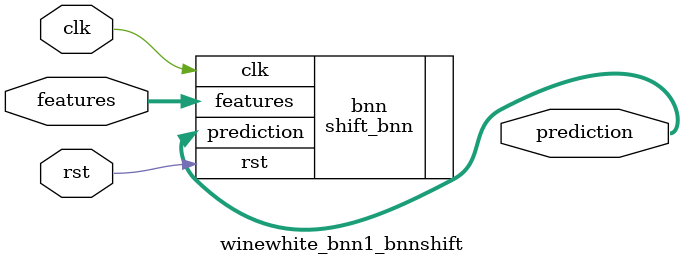
<source format=v>













module winewhite_bnn1_bnnshift #(

parameter FEAT_CNT = 11,
parameter HIDDEN_CNT = 40,
parameter FEAT_BITS = 4,
parameter CLASS_CNT = 7,
parameter TEST_CNT = 1000


  ) (
  input clk,
  input rst,
  input [FEAT_CNT*FEAT_BITS-1:0] features,
  output [$clog2(CLASS_CNT)-1:0] prediction
  );

  localparam Weights0 = 440'b00011010011100000111111101010010001110010001110101011000101011010010000000000011000101001110010010000100111010001101001110100111111011110001010100011011101001010000111100010010010001110111111110000101101000010110010010110011110000010011111001101101011011001100011111011100110101111011101001110010101011010100011100010010001011101010100111001101001100001000111101100101000011000001011110111101111001110110000111111100011001101010010011011010 ;
  localparam Weights1 = 280'b1100111000000011001100101100101011000111100011011110001100111111010011101101011100011011111010110001111101001110110101110000110111101010000011000100001011010011000011011110101100001111010011101101011100001101100010110001111111101110111001110000000011001010100110110101111011010110 ;

  shift_bnn #(.FEAT_CNT(FEAT_CNT),.FEAT_BITS(FEAT_BITS),.HIDDEN_CNT(HIDDEN_CNT),.CLASS_CNT(CLASS_CNT),.Weights0(Weights0),.Weights1(Weights1)) bnn (
    .clk(clk),
    .rst(rst),
    .features(features),
    .prediction(prediction)
  );

endmodule

</source>
